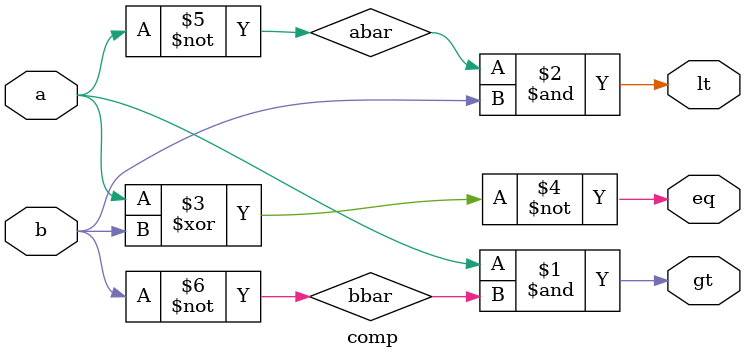
<source format=v>
module comp (gt,eq,lt,a,b); //5

input a,b;
output gt,eq,lt;

not N1 (abar,a);
not N2 (bbar,b);
and G1 (gt,a,bbar);
and G2 (lt,abar,b);
xnor G3 (eq,a,b);

endmodule

</source>
